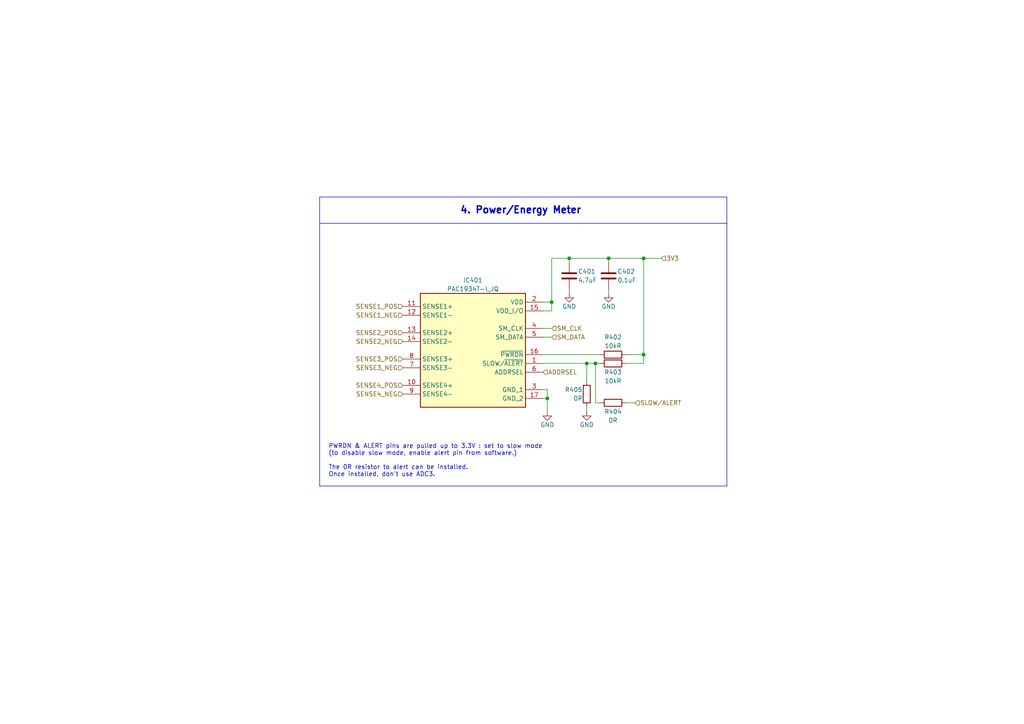
<source format=kicad_sch>
(kicad_sch (version 20230121) (generator eeschema)

  (uuid 907f58e1-3fb3-42c3-9bd7-a00591e15789)

  (paper "A4")

  (title_block
    (title "Solar Curve Tracer")
    (rev "v1.1")
    (company "Thesis")
    (comment 1 "Author: Jason F J")
    (comment 2 "Matrk No: 3100513")
  )

  (lib_symbols
    (symbol "Device:C" (pin_numbers hide) (pin_names (offset 0.254)) (in_bom yes) (on_board yes)
      (property "Reference" "C" (at 0.635 2.54 0)
        (effects (font (size 1.27 1.27)) (justify left))
      )
      (property "Value" "C" (at 0.635 -2.54 0)
        (effects (font (size 1.27 1.27)) (justify left))
      )
      (property "Footprint" "" (at 0.9652 -3.81 0)
        (effects (font (size 1.27 1.27)) hide)
      )
      (property "Datasheet" "~" (at 0 0 0)
        (effects (font (size 1.27 1.27)) hide)
      )
      (property "ki_keywords" "cap capacitor" (at 0 0 0)
        (effects (font (size 1.27 1.27)) hide)
      )
      (property "ki_description" "Unpolarized capacitor" (at 0 0 0)
        (effects (font (size 1.27 1.27)) hide)
      )
      (property "ki_fp_filters" "C_*" (at 0 0 0)
        (effects (font (size 1.27 1.27)) hide)
      )
      (symbol "C_0_1"
        (polyline
          (pts
            (xy -2.032 -0.762)
            (xy 2.032 -0.762)
          )
          (stroke (width 0.508) (type default))
          (fill (type none))
        )
        (polyline
          (pts
            (xy -2.032 0.762)
            (xy 2.032 0.762)
          )
          (stroke (width 0.508) (type default))
          (fill (type none))
        )
      )
      (symbol "C_1_1"
        (pin passive line (at 0 3.81 270) (length 2.794)
          (name "~" (effects (font (size 1.27 1.27))))
          (number "1" (effects (font (size 1.27 1.27))))
        )
        (pin passive line (at 0 -3.81 90) (length 2.794)
          (name "~" (effects (font (size 1.27 1.27))))
          (number "2" (effects (font (size 1.27 1.27))))
        )
      )
    )
    (symbol "Device:R" (pin_numbers hide) (pin_names (offset 0)) (in_bom yes) (on_board yes)
      (property "Reference" "R" (at 2.032 0 90)
        (effects (font (size 1.27 1.27)))
      )
      (property "Value" "R" (at 0 0 90)
        (effects (font (size 1.27 1.27)))
      )
      (property "Footprint" "" (at -1.778 0 90)
        (effects (font (size 1.27 1.27)) hide)
      )
      (property "Datasheet" "~" (at 0 0 0)
        (effects (font (size 1.27 1.27)) hide)
      )
      (property "ki_keywords" "R res resistor" (at 0 0 0)
        (effects (font (size 1.27 1.27)) hide)
      )
      (property "ki_description" "Resistor" (at 0 0 0)
        (effects (font (size 1.27 1.27)) hide)
      )
      (property "ki_fp_filters" "R_*" (at 0 0 0)
        (effects (font (size 1.27 1.27)) hide)
      )
      (symbol "R_0_1"
        (rectangle (start -1.016 -2.54) (end 1.016 2.54)
          (stroke (width 0.254) (type default))
          (fill (type none))
        )
      )
      (symbol "R_1_1"
        (pin passive line (at 0 3.81 270) (length 1.27)
          (name "~" (effects (font (size 1.27 1.27))))
          (number "1" (effects (font (size 1.27 1.27))))
        )
        (pin passive line (at 0 -3.81 90) (length 1.27)
          (name "~" (effects (font (size 1.27 1.27))))
          (number "2" (effects (font (size 1.27 1.27))))
        )
      )
    )
    (symbol "PAC1934T-I_JQ:PAC1934T-I_JQ" (in_bom yes) (on_board yes)
      (property "Reference" "PS1" (at 20.32 17.78 0)
        (effects (font (size 1.27 1.27)))
      )
      (property "Value" "PAC1934T-I_JQ" (at 20.32 15.24 0)
        (effects (font (size 1.27 1.27)))
      )
      (property "Footprint" "PAC1934T-I_JQ:QFN65P400X400X55-17N-D" (at 36.83 -82.22 0)
        (effects (font (size 1.27 1.27)) (justify left top) hide)
      )
      (property "Datasheet" "https://datasheet.datasheetarchive.com/originals/distributors/DKDS41/DSANUWW0026729.pdf" (at 36.83 -182.22 0)
        (effects (font (size 1.27 1.27)) (justify left top) hide)
      )
      (property "Height" "0.55" (at 36.83 -382.22 0)
        (effects (font (size 1.27 1.27)) (justify left top) hide)
      )
      (property "Mouser Part Number" "579-PAC1934JQ" (at 36.83 -482.22 0)
        (effects (font (size 1.27 1.27)) (justify left top) hide)
      )
      (property "Mouser Price/Stock" "https://www.mouser.co.uk/ProductDetail/Microchip-Technology/PAC1934T-I-JQ?qs=%252BEew9%252B0nqrC2v6G%2FLAdDNg%3D%3D" (at 36.83 -582.22 0)
        (effects (font (size 1.27 1.27)) (justify left top) hide)
      )
      (property "Manufacturer_Name" "Microchip" (at 36.83 -682.22 0)
        (effects (font (size 1.27 1.27)) (justify left top) hide)
      )
      (property "Manufacturer_Part_Number" "PAC1934T-I/JQ" (at 36.83 -782.22 0)
        (effects (font (size 1.27 1.27)) (justify left top) hide)
      )
      (property "ki_description" "PAC1934T-I/JQ - QUAD HIGH-SIDE CURRENT SENSOR, I2C/SMBUS, 32V WITH  ACCUMULATOR  16 UQF                                 4X4X0.5MM T/C" (at 0 0 0)
        (effects (font (size 1.27 1.27)) hide)
      )
      (symbol "PAC1934T-I_JQ_1_1"
        (rectangle (start 5.08 13.97) (end 35.56 -19.05)
          (stroke (width 0.254) (type default))
          (fill (type background))
        )
        (pin output line (at 40.64 -6.35 180) (length 5.08)
          (name "SLOW/~{ALERT}" (effects (font (size 1.27 1.27))))
          (number "1" (effects (font (size 1.27 1.27))))
        )
        (pin input line (at 0 -12.7 0) (length 5.08)
          (name "SENSE4+" (effects (font (size 1.27 1.27))))
          (number "10" (effects (font (size 1.27 1.27))))
        )
        (pin input line (at 0 10.16 0) (length 5.08)
          (name "SENSE1+" (effects (font (size 1.27 1.27))))
          (number "11" (effects (font (size 1.27 1.27))))
        )
        (pin input line (at 0 7.62 0) (length 5.08)
          (name "SENSE1-" (effects (font (size 1.27 1.27))))
          (number "12" (effects (font (size 1.27 1.27))))
        )
        (pin input line (at 0 2.54 0) (length 5.08)
          (name "SENSE2+" (effects (font (size 1.27 1.27))))
          (number "13" (effects (font (size 1.27 1.27))))
        )
        (pin input line (at 0 0 0) (length 5.08)
          (name "SENSE2-" (effects (font (size 1.27 1.27))))
          (number "14" (effects (font (size 1.27 1.27))))
        )
        (pin power_in line (at 40.64 8.89 180) (length 5.08)
          (name "VDD_I/O" (effects (font (size 1.27 1.27))))
          (number "15" (effects (font (size 1.27 1.27))))
        )
        (pin input line (at 40.64 -3.81 180) (length 5.08)
          (name "~{PWRDN}" (effects (font (size 1.27 1.27))))
          (number "16" (effects (font (size 1.27 1.27))))
        )
        (pin power_in line (at 40.64 -16.51 180) (length 5.08)
          (name "GND_2" (effects (font (size 1.27 1.27))))
          (number "17" (effects (font (size 1.27 1.27))))
        )
        (pin power_in line (at 40.64 11.43 180) (length 5.08)
          (name "VDD" (effects (font (size 1.27 1.27))))
          (number "2" (effects (font (size 1.27 1.27))))
        )
        (pin power_in line (at 40.64 -13.97 180) (length 5.08)
          (name "GND_1" (effects (font (size 1.27 1.27))))
          (number "3" (effects (font (size 1.27 1.27))))
        )
        (pin input line (at 40.64 3.81 180) (length 5.08)
          (name "SM_CLK" (effects (font (size 1.27 1.27))))
          (number "4" (effects (font (size 1.27 1.27))))
        )
        (pin bidirectional line (at 40.64 1.27 180) (length 5.08)
          (name "SM_DATA" (effects (font (size 1.27 1.27))))
          (number "5" (effects (font (size 1.27 1.27))))
        )
        (pin input line (at 40.64 -8.89 180) (length 5.08)
          (name "ADDRSEL" (effects (font (size 1.27 1.27))))
          (number "6" (effects (font (size 1.27 1.27))))
        )
        (pin input line (at 0 -7.62 0) (length 5.08)
          (name "SENSE3-" (effects (font (size 1.27 1.27))))
          (number "7" (effects (font (size 1.27 1.27))))
        )
        (pin input line (at 0 -5.08 0) (length 5.08)
          (name "SENSE3+" (effects (font (size 1.27 1.27))))
          (number "8" (effects (font (size 1.27 1.27))))
        )
        (pin input line (at 0 -15.24 0) (length 5.08)
          (name "SENSE4-" (effects (font (size 1.27 1.27))))
          (number "9" (effects (font (size 1.27 1.27))))
        )
      )
    )
    (symbol "power:GND" (power) (pin_names (offset 0)) (in_bom yes) (on_board yes)
      (property "Reference" "#PWR" (at 0 -6.35 0)
        (effects (font (size 1.27 1.27)) hide)
      )
      (property "Value" "GND" (at 0 -3.81 0)
        (effects (font (size 1.27 1.27)))
      )
      (property "Footprint" "" (at 0 0 0)
        (effects (font (size 1.27 1.27)) hide)
      )
      (property "Datasheet" "" (at 0 0 0)
        (effects (font (size 1.27 1.27)) hide)
      )
      (property "ki_keywords" "global power" (at 0 0 0)
        (effects (font (size 1.27 1.27)) hide)
      )
      (property "ki_description" "Power symbol creates a global label with name \"GND\" , ground" (at 0 0 0)
        (effects (font (size 1.27 1.27)) hide)
      )
      (symbol "GND_0_1"
        (polyline
          (pts
            (xy 0 0)
            (xy 0 -1.27)
            (xy 1.27 -1.27)
            (xy 0 -2.54)
            (xy -1.27 -1.27)
            (xy 0 -1.27)
          )
          (stroke (width 0) (type default))
          (fill (type none))
        )
      )
      (symbol "GND_1_1"
        (pin power_in line (at 0 0 270) (length 0) hide
          (name "GND" (effects (font (size 1.27 1.27))))
          (number "1" (effects (font (size 1.27 1.27))))
        )
      )
    )
  )

  (junction (at 176.53 74.93) (diameter 0) (color 0 0 0 0)
    (uuid 099715f7-16d4-4e41-82d8-b9412d9b5dec)
  )
  (junction (at 158.75 115.57) (diameter 0) (color 0 0 0 0)
    (uuid 0b211811-2a3e-4b3c-a23f-c571d0cdd356)
  )
  (junction (at 165.1 74.93) (diameter 0) (color 0 0 0 0)
    (uuid 12c97922-bf18-4217-b3d0-885a6673f881)
  )
  (junction (at 172.72 105.41) (diameter 0) (color 0 0 0 0)
    (uuid 2e3155a3-f868-4fc5-a389-0c506dc739d1)
  )
  (junction (at 186.69 74.93) (diameter 0) (color 0 0 0 0)
    (uuid 5ba97043-1ae9-422c-a894-30a6d5989f60)
  )
  (junction (at 186.69 102.87) (diameter 0) (color 0 0 0 0)
    (uuid 76c562d0-92fe-44f2-9aee-3acbd592c396)
  )
  (junction (at 170.18 105.41) (diameter 0) (color 0 0 0 0)
    (uuid aeca4247-d0bf-490d-92f2-7ce130627db5)
  )
  (junction (at 160.02 87.63) (diameter 0) (color 0 0 0 0)
    (uuid e56b085d-9a8f-429a-b2d1-1453dad39e74)
  )

  (wire (pts (xy 176.53 83.82) (xy 176.53 85.09))
    (stroke (width 0) (type default))
    (uuid 0937b63b-f241-4f60-83c7-5eda227e35dd)
  )
  (wire (pts (xy 158.75 113.03) (xy 158.75 115.57))
    (stroke (width 0) (type default))
    (uuid 0fbb3479-fb10-471d-a977-e61939ba6573)
  )
  (wire (pts (xy 170.18 105.41) (xy 172.72 105.41))
    (stroke (width 0) (type default))
    (uuid 13f66507-c806-4f5c-8798-922d2ccab658)
  )
  (wire (pts (xy 181.61 102.87) (xy 186.69 102.87))
    (stroke (width 0) (type default))
    (uuid 245697aa-ea18-46ad-b155-2ff5abc1cbd7)
  )
  (wire (pts (xy 157.48 95.25) (xy 160.02 95.25))
    (stroke (width 0) (type default))
    (uuid 2ee3d1f8-1768-4db2-8f5e-30c2c51a5b27)
  )
  (polyline (pts (xy 92.71 64.77) (xy 92.71 57.15))
    (stroke (width 0) (type default))
    (uuid 308e2594-1a53-4073-8fae-0dea5c5b8993)
  )

  (wire (pts (xy 186.69 74.93) (xy 191.77 74.93))
    (stroke (width 0) (type default))
    (uuid 343063e7-204d-482a-813b-1b3d8e016c9f)
  )
  (polyline (pts (xy 92.71 64.77) (xy 92.71 140.97))
    (stroke (width 0) (type default))
    (uuid 350a800f-5b8b-4f6c-9004-7896cb5c4ac5)
  )

  (wire (pts (xy 160.02 74.93) (xy 165.1 74.93))
    (stroke (width 0) (type default))
    (uuid 3939916a-b371-4077-a721-af740bfe5188)
  )
  (wire (pts (xy 157.48 90.17) (xy 160.02 90.17))
    (stroke (width 0) (type default))
    (uuid 3b45ba9e-24e1-4af5-a9d0-574e8741769d)
  )
  (wire (pts (xy 157.48 105.41) (xy 170.18 105.41))
    (stroke (width 0) (type default))
    (uuid 3ceb116e-ceed-4fbc-b285-66f4e43a1b23)
  )
  (wire (pts (xy 157.48 97.79) (xy 160.02 97.79))
    (stroke (width 0) (type default))
    (uuid 4108b86a-f9b0-4ff3-a4a1-7a27bc78bfdc)
  )
  (wire (pts (xy 176.53 74.93) (xy 176.53 76.2))
    (stroke (width 0) (type default))
    (uuid 4b131189-db8b-43eb-b1e9-37ad883d2039)
  )
  (wire (pts (xy 165.1 74.93) (xy 176.53 74.93))
    (stroke (width 0) (type default))
    (uuid 51026bb2-c7f8-4f78-bf2b-e172a9efee15)
  )
  (wire (pts (xy 157.48 115.57) (xy 158.75 115.57))
    (stroke (width 0) (type default))
    (uuid 6520e028-b6a3-4bed-a471-155b485b2f40)
  )
  (wire (pts (xy 165.1 83.82) (xy 165.1 85.09))
    (stroke (width 0) (type default))
    (uuid 6987cb17-fdc6-42aa-a3ee-0236657441ec)
  )
  (wire (pts (xy 157.48 113.03) (xy 158.75 113.03))
    (stroke (width 0) (type default))
    (uuid 6db5528d-19bf-4753-a6e9-84018795ac49)
  )
  (wire (pts (xy 170.18 119.38) (xy 170.18 118.11))
    (stroke (width 0) (type default))
    (uuid 7a50bd16-68b5-4e95-827d-3eed486ce6b9)
  )
  (wire (pts (xy 181.61 105.41) (xy 186.69 105.41))
    (stroke (width 0) (type default))
    (uuid 90958164-6450-4520-a259-b8ca205910ae)
  )
  (wire (pts (xy 172.72 116.84) (xy 172.72 105.41))
    (stroke (width 0) (type default))
    (uuid 9099cb97-a4dc-4e08-bc35-b3a6ba0eddfe)
  )
  (wire (pts (xy 172.72 105.41) (xy 173.99 105.41))
    (stroke (width 0) (type default))
    (uuid 930ba726-7af3-426d-a296-e92cd2744eee)
  )
  (wire (pts (xy 157.48 87.63) (xy 160.02 87.63))
    (stroke (width 0) (type default))
    (uuid 96e9d270-955d-42c3-8bc1-e9b5e2c432ce)
  )
  (polyline (pts (xy 96.52 57.15) (xy 210.82 57.15))
    (stroke (width 0) (type default))
    (uuid 9b04e1b3-0725-47ea-a50a-b7dc68129ccc)
  )
  (polyline (pts (xy 210.82 140.97) (xy 210.82 64.77))
    (stroke (width 0) (type default))
    (uuid a11911c3-e7c8-4a4a-b1ac-cfaae7b25280)
  )

  (wire (pts (xy 160.02 74.93) (xy 160.02 87.63))
    (stroke (width 0) (type default))
    (uuid a6251c5c-35f1-4316-83d7-012a4e804bbc)
  )
  (wire (pts (xy 170.18 105.41) (xy 170.18 110.49))
    (stroke (width 0) (type default))
    (uuid afac72a4-c458-4596-8d83-37c24fa1106b)
  )
  (polyline (pts (xy 92.71 57.15) (xy 96.52 57.15))
    (stroke (width 0) (type default))
    (uuid b33a3c70-8325-46c4-acd3-347a7e6a6f14)
  )

  (wire (pts (xy 186.69 102.87) (xy 186.69 74.93))
    (stroke (width 0) (type default))
    (uuid b94a6939-d1ad-47fe-9ff8-510d1f489bd2)
  )
  (wire (pts (xy 186.69 105.41) (xy 186.69 102.87))
    (stroke (width 0) (type default))
    (uuid bf769be5-ca6f-4588-8a70-ca6a5e6e0538)
  )
  (wire (pts (xy 160.02 90.17) (xy 160.02 87.63))
    (stroke (width 0) (type default))
    (uuid c33b2a72-c0e3-4f57-9d68-fcc75f1f8d53)
  )
  (polyline (pts (xy 210.82 57.15) (xy 210.82 64.77))
    (stroke (width 0) (type default))
    (uuid c3a1cc0b-e728-4d03-bc6a-03403d444688)
  )

  (wire (pts (xy 173.99 116.84) (xy 172.72 116.84))
    (stroke (width 0) (type default))
    (uuid c59bfe40-d887-4f01-9fe3-5f288ecc4665)
  )
  (polyline (pts (xy 210.82 64.77) (xy 92.71 64.77))
    (stroke (width 0) (type default))
    (uuid d9b67d2f-f9cd-494c-a409-dd1a4ec5fade)
  )

  (wire (pts (xy 181.61 116.84) (xy 184.15 116.84))
    (stroke (width 0) (type default))
    (uuid e16ec15f-aa4d-4ce8-be95-e2ebc6cef09c)
  )
  (wire (pts (xy 158.75 115.57) (xy 158.75 119.38))
    (stroke (width 0) (type default))
    (uuid e3fba3bd-aacc-49d2-9fae-f78ab3b6efa3)
  )
  (wire (pts (xy 176.53 74.93) (xy 186.69 74.93))
    (stroke (width 0) (type default))
    (uuid e8559c5a-fe98-4ef5-8d2c-ce1a72d92d33)
  )
  (polyline (pts (xy 92.71 140.97) (xy 210.82 140.97))
    (stroke (width 0) (type default))
    (uuid ea377e5d-3d0b-4b1f-a4f8-a8c0e08c3e01)
  )

  (wire (pts (xy 157.48 102.87) (xy 173.99 102.87))
    (stroke (width 0) (type default))
    (uuid faf6a922-1837-4bb7-bac7-bce1e1c4f99e)
  )
  (wire (pts (xy 165.1 74.93) (xy 165.1 76.2))
    (stroke (width 0) (type default))
    (uuid fc97f6f4-7a7e-4870-9a57-74baa046f19e)
  )

  (text "PWRDN & ALERT pins are pulled up to 3.3V : set to slow mode\n(to disable slow mode, enable alert pin from software.)\n\nThe 0R resistor to alert can be installed. \nOnce installed, don't use ADC3."
    (at 95.25 138.43 0)
    (effects (font (size 1.27 1.27)) (justify left bottom))
    (uuid 81addc11-97dd-4fe0-bb45-2367a3ba478e)
  )
  (text "4. Power/Energy Meter" (at 133.35 62.23 0)
    (effects (font (size 2 2) (thickness 0.4) bold) (justify left bottom))
    (uuid d0b0e794-7910-4655-9903-a0b6b3add5c8)
  )

  (hierarchical_label "SENSE4_POS" (shape input) (at 116.84 111.76 180) (fields_autoplaced)
    (effects (font (size 1.27 1.27)) (justify right))
    (uuid 0004790e-3f7d-41bf-81ec-40e48b40dfb5)
  )
  (hierarchical_label "SM_DATA" (shape input) (at 160.02 97.79 0) (fields_autoplaced)
    (effects (font (size 1.27 1.27)) (justify left))
    (uuid 2f36031a-6157-4ad8-b491-2d80b35840d1)
  )
  (hierarchical_label "SENSE2_POS" (shape input) (at 116.84 96.52 180) (fields_autoplaced)
    (effects (font (size 1.27 1.27)) (justify right))
    (uuid 3401f965-743a-4959-acae-211dc6f9abbe)
  )
  (hierarchical_label "SENSE3_POS" (shape input) (at 116.84 104.14 180) (fields_autoplaced)
    (effects (font (size 1.27 1.27)) (justify right))
    (uuid 589913cf-e23b-4849-bd93-75d8da7a42d7)
  )
  (hierarchical_label "SM_CLK" (shape input) (at 160.02 95.25 0) (fields_autoplaced)
    (effects (font (size 1.27 1.27)) (justify left))
    (uuid 765aa332-0404-4d83-abef-e218ef56fed4)
  )
  (hierarchical_label "SENSE4_NEG" (shape input) (at 116.84 114.3 180) (fields_autoplaced)
    (effects (font (size 1.27 1.27)) (justify right))
    (uuid 937465ca-fc4e-46b0-b940-37288e965d3b)
  )
  (hierarchical_label "SENSE2_NEG" (shape input) (at 116.84 99.06 180) (fields_autoplaced)
    (effects (font (size 1.27 1.27)) (justify right))
    (uuid ac194e4e-aa9a-4ab3-affa-0325db079520)
  )
  (hierarchical_label "SENSE1_NEG" (shape input) (at 116.84 91.44 180) (fields_autoplaced)
    (effects (font (size 1.27 1.27)) (justify right))
    (uuid b68d1963-ece3-43f9-bc38-9ec00addf6e7)
  )
  (hierarchical_label "SENSE3_NEG" (shape input) (at 116.84 106.68 180) (fields_autoplaced)
    (effects (font (size 1.27 1.27)) (justify right))
    (uuid d11ec1c9-b6c8-4a3e-8429-4907def6cf27)
  )
  (hierarchical_label "3V3" (shape input) (at 191.77 74.93 0) (fields_autoplaced)
    (effects (font (size 1.27 1.27)) (justify left))
    (uuid d45415bf-633f-400f-b9d6-394a20c0ac8d)
  )
  (hierarchical_label "SENSE1_POS" (shape input) (at 116.84 88.9 180) (fields_autoplaced)
    (effects (font (size 1.27 1.27)) (justify right))
    (uuid e41b934a-68f8-4a02-9418-e70876e5a8d1)
  )
  (hierarchical_label "SLOW{slash}ALERT" (shape input) (at 184.15 116.84 0) (fields_autoplaced)
    (effects (font (size 1.27 1.27)) (justify left))
    (uuid e87d0b03-3f02-4a0a-b94a-63a64cbf261b)
  )
  (hierarchical_label "ADDRSEL" (shape input) (at 157.48 107.95 0) (fields_autoplaced)
    (effects (font (size 1.27 1.27)) (justify left))
    (uuid ec7aefd1-d70c-4856-ab4e-4d71b6d1b23f)
  )

  (symbol (lib_id "Device:R") (at 177.8 102.87 90) (unit 1)
    (in_bom yes) (on_board yes) (dnp no)
    (uuid 06103c58-0f8d-4287-8b2f-faec37deae6e)
    (property "Reference" "R402" (at 177.8 97.79 90)
      (effects (font (size 1.27 1.27)))
    )
    (property "Value" "10kR" (at 177.8 100.33 90)
      (effects (font (size 1.27 1.27)))
    )
    (property "Footprint" "Resistor_SMD:R_0603_1608Metric" (at 177.8 104.648 90)
      (effects (font (size 1.27 1.27)) hide)
    )
    (property "Datasheet" "~" (at 177.8 102.87 0)
      (effects (font (size 1.27 1.27)) hide)
    )
    (pin "2" (uuid a680ca31-0e9e-4f61-ac81-15511eceed10))
    (pin "1" (uuid a94c811e-49bb-4746-a399-193fd9b4d48f))
    (instances
      (project "SolarCurveTracer"
        (path "/c56cdd98-1341-4196-bbbf-3a7a327e0d9d/8f8e5fa6-e5da-413d-9fbe-10e097c5443c"
          (reference "R402") (unit 1)
        )
      )
    )
  )

  (symbol (lib_id "Device:R") (at 177.8 105.41 90) (unit 1)
    (in_bom yes) (on_board yes) (dnp no)
    (uuid 10cc3df2-49a5-47fb-b231-64be6d28b308)
    (property "Reference" "R403" (at 177.8 107.95 90)
      (effects (font (size 1.27 1.27)))
    )
    (property "Value" "10kR" (at 177.8 110.49 90)
      (effects (font (size 1.27 1.27)))
    )
    (property "Footprint" "Resistor_SMD:R_0603_1608Metric" (at 177.8 107.188 90)
      (effects (font (size 1.27 1.27)) hide)
    )
    (property "Datasheet" "~" (at 177.8 105.41 0)
      (effects (font (size 1.27 1.27)) hide)
    )
    (pin "2" (uuid 411b4779-6147-4da9-bb24-d1edcbefe745))
    (pin "1" (uuid e90f985e-3e12-4acf-9238-6cc5897a5738))
    (instances
      (project "SolarCurveTracer"
        (path "/c56cdd98-1341-4196-bbbf-3a7a327e0d9d/8f8e5fa6-e5da-413d-9fbe-10e097c5443c"
          (reference "R403") (unit 1)
        )
      )
    )
  )

  (symbol (lib_id "PAC1934T-I_JQ:PAC1934T-I_JQ") (at 116.84 99.06 0) (unit 1)
    (in_bom yes) (on_board yes) (dnp no)
    (uuid 1fa2a041-c85d-47f8-8adf-9edb67fdb0e8)
    (property "Reference" "IC401" (at 137.16 81.28 0)
      (effects (font (size 1.27 1.27)))
    )
    (property "Value" "PAC1934T-I_JQ" (at 137.16 83.82 0)
      (effects (font (size 1.27 1.27)))
    )
    (property "Footprint" "PAC1934T-I_JQ:QFN65P400X400X55-17N-D" (at 153.67 181.28 0)
      (effects (font (size 1.27 1.27)) (justify left top) hide)
    )
    (property "Datasheet" "https://datasheet.datasheetarchive.com/originals/distributors/DKDS41/DSANUWW0026729.pdf" (at 153.67 281.28 0)
      (effects (font (size 1.27 1.27)) (justify left top) hide)
    )
    (property "Height" "0.55" (at 153.67 481.28 0)
      (effects (font (size 1.27 1.27)) (justify left top) hide)
    )
    (property "Mouser Part Number" "579-PAC1934JQ" (at 153.67 581.28 0)
      (effects (font (size 1.27 1.27)) (justify left top) hide)
    )
    (property "Mouser Price/Stock" "https://www.mouser.co.uk/ProductDetail/Microchip-Technology/PAC1934T-I-JQ?qs=%252BEew9%252B0nqrC2v6G%2FLAdDNg%3D%3D" (at 153.67 681.28 0)
      (effects (font (size 1.27 1.27)) (justify left top) hide)
    )
    (property "Manufacturer_Name" "Microchip" (at 153.67 781.28 0)
      (effects (font (size 1.27 1.27)) (justify left top) hide)
    )
    (property "Manufacturer_Part_Number" "PAC1934T-I/JQ" (at 153.67 881.28 0)
      (effects (font (size 1.27 1.27)) (justify left top) hide)
    )
    (pin "1" (uuid 51495660-5a68-4e70-96d4-17494b5adb24))
    (pin "10" (uuid 814a7517-21c2-4660-a630-d066cc78eed0))
    (pin "11" (uuid 2f805709-9213-450a-bdc8-462b84e2e15a))
    (pin "12" (uuid 4c216798-00b3-4418-87c4-4029e8acbd2a))
    (pin "13" (uuid 787aa02d-39e3-49a9-b05a-dd7874aee6e1))
    (pin "9" (uuid 217187b7-7e5c-4900-b0a5-43079541b030))
    (pin "15" (uuid 6eb2262b-5951-4e80-ac9e-83b4be9b98b8))
    (pin "7" (uuid f7d34d0e-49ce-47ee-b5da-3357a35c149e))
    (pin "6" (uuid 32501477-39c3-42ff-be35-a3eab4d1d55f))
    (pin "3" (uuid 120bb653-d734-467a-9454-6bda22fa8393))
    (pin "8" (uuid d18bf2d4-f763-4bd7-8294-be1bd74680bc))
    (pin "16" (uuid 0304354d-8ceb-443e-909b-b4eb661d0e7d))
    (pin "17" (uuid 40d2ce2d-1406-4b8c-b1cc-238e2519debe))
    (pin "2" (uuid 0927522a-ef0a-4f84-8343-d4e16efce692))
    (pin "14" (uuid 67e00f4d-cc2a-4d93-8b11-5183e8f16a9f))
    (pin "4" (uuid 6c6400ef-b8a2-45b1-bd61-22378cac54b9))
    (pin "5" (uuid 9dbeb78e-61b8-4649-b5fd-d6c386aa58ab))
    (instances
      (project "SolarCurveTracer"
        (path "/c56cdd98-1341-4196-bbbf-3a7a327e0d9d/8f8e5fa6-e5da-413d-9fbe-10e097c5443c"
          (reference "IC401") (unit 1)
        )
      )
    )
  )

  (symbol (lib_id "Device:R") (at 170.18 114.3 180) (unit 1)
    (in_bom yes) (on_board yes) (dnp no)
    (uuid 2a739016-c95e-45d6-8489-68517b5d740b)
    (property "Reference" "R405" (at 166.37 113.03 0)
      (effects (font (size 1.27 1.27)))
    )
    (property "Value" "0R" (at 167.64 115.57 0)
      (effects (font (size 1.27 1.27)))
    )
    (property "Footprint" "Resistor_SMD:R_0603_1608Metric" (at 171.958 114.3 90)
      (effects (font (size 1.27 1.27)) hide)
    )
    (property "Datasheet" "~" (at 170.18 114.3 0)
      (effects (font (size 1.27 1.27)) hide)
    )
    (pin "2" (uuid c59f0730-d245-4bb5-b496-79d7ccfd596a))
    (pin "1" (uuid d5d722d7-96e0-4818-9ece-b45aa719f2c2))
    (instances
      (project "SolarCurveTracer"
        (path "/c56cdd98-1341-4196-bbbf-3a7a327e0d9d/8f8e5fa6-e5da-413d-9fbe-10e097c5443c"
          (reference "R405") (unit 1)
        )
      )
    )
  )

  (symbol (lib_id "power:GND") (at 176.53 85.09 0) (unit 1)
    (in_bom yes) (on_board yes) (dnp no)
    (uuid 533e967e-b429-4df9-aa83-c221498d0996)
    (property "Reference" "#PWR027" (at 176.53 91.44 0)
      (effects (font (size 1.27 1.27)) hide)
    )
    (property "Value" "GND" (at 176.53 88.9 0)
      (effects (font (size 1.27 1.27)))
    )
    (property "Footprint" "" (at 176.53 85.09 0)
      (effects (font (size 1.27 1.27)) hide)
    )
    (property "Datasheet" "" (at 176.53 85.09 0)
      (effects (font (size 1.27 1.27)) hide)
    )
    (pin "1" (uuid cc0dd108-f3f4-4f51-89ca-de67cbcba372))
    (instances
      (project "SolarCurveTracer"
        (path "/c56cdd98-1341-4196-bbbf-3a7a327e0d9d/8f8e5fa6-e5da-413d-9fbe-10e097c5443c"
          (reference "#PWR027") (unit 1)
        )
      )
    )
  )

  (symbol (lib_id "Device:C") (at 165.1 80.01 0) (unit 1)
    (in_bom yes) (on_board yes) (dnp no)
    (uuid 80407091-4c78-4127-97bd-4937ef49d446)
    (property "Reference" "C401" (at 167.64 78.74 0)
      (effects (font (size 1.27 1.27)) (justify left))
    )
    (property "Value" "4.7uF" (at 167.64 81.28 0)
      (effects (font (size 1.27 1.27)) (justify left))
    )
    (property "Footprint" "Capacitor_SMD:C_0603_1608Metric" (at 166.0652 83.82 0)
      (effects (font (size 1.27 1.27)) hide)
    )
    (property "Datasheet" "~" (at 165.1 80.01 0)
      (effects (font (size 1.27 1.27)) hide)
    )
    (pin "2" (uuid e66203fb-2e9f-4236-8cbc-85f1f8454391))
    (pin "1" (uuid 352fcdc0-fc2d-4275-b2f3-1787c81765b9))
    (instances
      (project "SolarCurveTracer"
        (path "/c56cdd98-1341-4196-bbbf-3a7a327e0d9d/8f8e5fa6-e5da-413d-9fbe-10e097c5443c"
          (reference "C401") (unit 1)
        )
      )
    )
  )

  (symbol (lib_id "power:GND") (at 165.1 85.09 0) (unit 1)
    (in_bom yes) (on_board yes) (dnp no)
    (uuid 908c1b42-57e6-4c20-b28b-6bbc6dcb2ec5)
    (property "Reference" "#PWR026" (at 165.1 91.44 0)
      (effects (font (size 1.27 1.27)) hide)
    )
    (property "Value" "GND" (at 165.1 88.9 0)
      (effects (font (size 1.27 1.27)))
    )
    (property "Footprint" "" (at 165.1 85.09 0)
      (effects (font (size 1.27 1.27)) hide)
    )
    (property "Datasheet" "" (at 165.1 85.09 0)
      (effects (font (size 1.27 1.27)) hide)
    )
    (pin "1" (uuid 54eb6003-3d29-4438-a2a8-1b53238a6992))
    (instances
      (project "SolarCurveTracer"
        (path "/c56cdd98-1341-4196-bbbf-3a7a327e0d9d/8f8e5fa6-e5da-413d-9fbe-10e097c5443c"
          (reference "#PWR026") (unit 1)
        )
      )
    )
  )

  (symbol (lib_id "Device:C") (at 176.53 80.01 0) (unit 1)
    (in_bom yes) (on_board yes) (dnp no)
    (uuid 9e079977-c117-47e7-b6c7-2890d4b9bf28)
    (property "Reference" "C402" (at 179.07 78.74 0)
      (effects (font (size 1.27 1.27)) (justify left))
    )
    (property "Value" "0.1uF" (at 179.07 81.28 0)
      (effects (font (size 1.27 1.27)) (justify left))
    )
    (property "Footprint" "Capacitor_SMD:C_0603_1608Metric" (at 177.4952 83.82 0)
      (effects (font (size 1.27 1.27)) hide)
    )
    (property "Datasheet" "~" (at 176.53 80.01 0)
      (effects (font (size 1.27 1.27)) hide)
    )
    (pin "2" (uuid 4a4e7e0a-0232-45c4-9a6b-e0ccf8cae7b2))
    (pin "1" (uuid cbd63d58-6c61-4a24-97e8-2dc6cb56318e))
    (instances
      (project "SolarCurveTracer"
        (path "/c56cdd98-1341-4196-bbbf-3a7a327e0d9d/8f8e5fa6-e5da-413d-9fbe-10e097c5443c"
          (reference "C402") (unit 1)
        )
      )
    )
  )

  (symbol (lib_id "power:GND") (at 170.18 119.38 0) (unit 1)
    (in_bom yes) (on_board yes) (dnp no)
    (uuid a44a39a4-2afb-43a6-8bad-9f1a538c35c4)
    (property "Reference" "#PWR087" (at 170.18 125.73 0)
      (effects (font (size 1.27 1.27)) hide)
    )
    (property "Value" "GND" (at 170.18 123.19 0)
      (effects (font (size 1.27 1.27)))
    )
    (property "Footprint" "" (at 170.18 119.38 0)
      (effects (font (size 1.27 1.27)) hide)
    )
    (property "Datasheet" "" (at 170.18 119.38 0)
      (effects (font (size 1.27 1.27)) hide)
    )
    (pin "1" (uuid 5bc0c2c3-1a3c-473b-8e68-6db55427d973))
    (instances
      (project "SolarCurveTracer"
        (path "/c56cdd98-1341-4196-bbbf-3a7a327e0d9d/8f8e5fa6-e5da-413d-9fbe-10e097c5443c"
          (reference "#PWR087") (unit 1)
        )
      )
    )
  )

  (symbol (lib_id "power:GND") (at 158.75 119.38 0) (unit 1)
    (in_bom yes) (on_board yes) (dnp no)
    (uuid a732144b-4f7f-4d51-a791-13e2ad5eab93)
    (property "Reference" "#PWR020" (at 158.75 125.73 0)
      (effects (font (size 1.27 1.27)) hide)
    )
    (property "Value" "GND" (at 158.75 123.19 0)
      (effects (font (size 1.27 1.27)))
    )
    (property "Footprint" "" (at 158.75 119.38 0)
      (effects (font (size 1.27 1.27)) hide)
    )
    (property "Datasheet" "" (at 158.75 119.38 0)
      (effects (font (size 1.27 1.27)) hide)
    )
    (pin "1" (uuid 2ce74d25-7e16-4627-87fe-80369b9ba144))
    (instances
      (project "SolarCurveTracer"
        (path "/c56cdd98-1341-4196-bbbf-3a7a327e0d9d/8f8e5fa6-e5da-413d-9fbe-10e097c5443c"
          (reference "#PWR020") (unit 1)
        )
      )
    )
  )

  (symbol (lib_id "Device:R") (at 177.8 116.84 90) (unit 1)
    (in_bom yes) (on_board yes) (dnp no)
    (uuid c4fef4d8-a9c9-4dc9-ac1c-930d32d9af16)
    (property "Reference" "R404" (at 177.8 119.38 90)
      (effects (font (size 1.27 1.27)))
    )
    (property "Value" "0R" (at 177.8 121.92 90)
      (effects (font (size 1.27 1.27)))
    )
    (property "Footprint" "Resistor_SMD:R_0603_1608Metric" (at 177.8 118.618 90)
      (effects (font (size 1.27 1.27)) hide)
    )
    (property "Datasheet" "~" (at 177.8 116.84 0)
      (effects (font (size 1.27 1.27)) hide)
    )
    (pin "2" (uuid 9ca15a96-3a39-42f8-a25d-df0aab6aa816))
    (pin "1" (uuid 30ff74be-2c2e-4563-8b99-362b080db4b5))
    (instances
      (project "SolarCurveTracer"
        (path "/c56cdd98-1341-4196-bbbf-3a7a327e0d9d/8f8e5fa6-e5da-413d-9fbe-10e097c5443c"
          (reference "R404") (unit 1)
        )
      )
    )
  )
)

</source>
